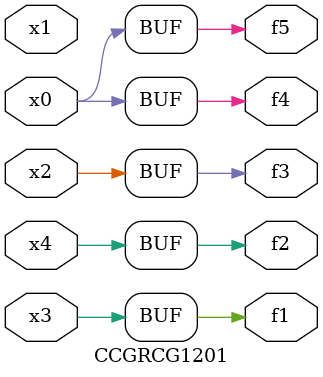
<source format=v>
module CCGRCG1201(
	input x0, x1, x2, x3, x4,
	output f1, f2, f3, f4, f5
);
	assign f1 = x3;
	assign f2 = x4;
	assign f3 = x2;
	assign f4 = x0;
	assign f5 = x0;
endmodule

</source>
